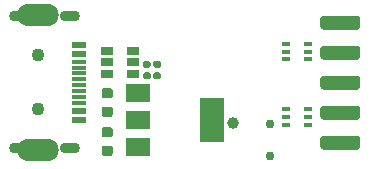
<source format=gbr>
%TF.GenerationSoftware,KiCad,Pcbnew,(5.1.6)-1*%
%TF.CreationDate,2022-01-16T18:26:27+08:00*%
%TF.ProjectId,esp32s2-uart,65737033-3273-4322-9d75-6172742e6b69,rev?*%
%TF.SameCoordinates,Original*%
%TF.FileFunction,Soldermask,Bot*%
%TF.FilePolarity,Negative*%
%FSLAX46Y46*%
G04 Gerber Fmt 4.6, Leading zero omitted, Abs format (unit mm)*
G04 Created by KiCad (PCBNEW (5.1.6)-1) date 2022-01-16 18:26:27*
%MOMM*%
%LPD*%
G01*
G04 APERTURE LIST*
%ADD10C,0.750000*%
%ADD11O,3.500000X1.900000*%
%ADD12C,1.100000*%
%ADD13R,1.160000X0.600000*%
%ADD14R,1.160000X0.300000*%
%ADD15O,2.200000X0.900000*%
%ADD16O,1.700000X0.900000*%
%ADD17R,0.650000X0.400000*%
%ADD18C,1.000000*%
%ADD19R,1.060000X0.650000*%
%ADD20R,2.000000X3.800000*%
%ADD21R,2.000000X1.500000*%
G04 APERTURE END LIST*
D10*
%TO.C,SW1*%
X22148800Y3507800D03*
X22148800Y757800D03*
%TD*%
D11*
%TO.C,J1*%
X2429600Y1310400D03*
X2429600Y12710400D03*
D12*
X2429600Y4710400D03*
X2429600Y9310400D03*
%TD*%
D13*
%TO.C,J2*%
X5961200Y10200000D03*
X5961200Y9400000D03*
X5961200Y10200000D03*
X5961200Y9400000D03*
X5961200Y3800000D03*
X5961200Y3800000D03*
X5961200Y4600000D03*
X5961200Y4600000D03*
D14*
X5961200Y8750000D03*
X5961200Y7750000D03*
X5961200Y8250000D03*
X5961200Y5750000D03*
X5961200Y5250000D03*
X5961200Y7250000D03*
X5961200Y6750000D03*
X5961200Y6250000D03*
D15*
X1111200Y12595000D03*
X1111200Y1405000D03*
D16*
X5181200Y12595000D03*
X5181200Y1405000D03*
%TD*%
D17*
%TO.C,D5*%
X23434000Y8951200D03*
X23434000Y10251200D03*
X25334000Y9601200D03*
X23434000Y9601200D03*
X25334000Y10251200D03*
X25334000Y8951200D03*
%TD*%
%TO.C,D4*%
X23434000Y3414000D03*
X23434000Y4714000D03*
X25334000Y4064000D03*
X23434000Y4064000D03*
X25334000Y4714000D03*
X25334000Y3414000D03*
%TD*%
D18*
%TO.C,TP3*%
X18973800Y3581400D03*
%TD*%
D19*
%TO.C,U2*%
X8348800Y7736800D03*
X8348800Y8686800D03*
X8348800Y9636800D03*
X10548800Y9636800D03*
X10548800Y7736800D03*
X10548800Y8686800D03*
%TD*%
%TO.C,J3*%
G36*
G01*
X26356000Y1579600D02*
X26356000Y2179600D01*
G75*
G02*
X26656000Y2479600I300000J0D01*
G01*
X29456000Y2479600D01*
G75*
G02*
X29756000Y2179600I0J-300000D01*
G01*
X29756000Y1579600D01*
G75*
G02*
X29456000Y1279600I-300000J0D01*
G01*
X26656000Y1279600D01*
G75*
G02*
X26356000Y1579600I0J300000D01*
G01*
G37*
G36*
G01*
X26356000Y4119600D02*
X26356000Y4719600D01*
G75*
G02*
X26656000Y5019600I300000J0D01*
G01*
X29456000Y5019600D01*
G75*
G02*
X29756000Y4719600I0J-300000D01*
G01*
X29756000Y4119600D01*
G75*
G02*
X29456000Y3819600I-300000J0D01*
G01*
X26656000Y3819600D01*
G75*
G02*
X26356000Y4119600I0J300000D01*
G01*
G37*
G36*
G01*
X26356000Y6659600D02*
X26356000Y7259600D01*
G75*
G02*
X26656000Y7559600I300000J0D01*
G01*
X29456000Y7559600D01*
G75*
G02*
X29756000Y7259600I0J-300000D01*
G01*
X29756000Y6659600D01*
G75*
G02*
X29456000Y6359600I-300000J0D01*
G01*
X26656000Y6359600D01*
G75*
G02*
X26356000Y6659600I0J300000D01*
G01*
G37*
G36*
G01*
X26356000Y9199600D02*
X26356000Y9799600D01*
G75*
G02*
X26656000Y10099600I300000J0D01*
G01*
X29456000Y10099600D01*
G75*
G02*
X29756000Y9799600I0J-300000D01*
G01*
X29756000Y9199600D01*
G75*
G02*
X29456000Y8899600I-300000J0D01*
G01*
X26656000Y8899600D01*
G75*
G02*
X26356000Y9199600I0J300000D01*
G01*
G37*
G36*
G01*
X26356000Y11739600D02*
X26356000Y12339600D01*
G75*
G02*
X26656000Y12639600I300000J0D01*
G01*
X29456000Y12639600D01*
G75*
G02*
X29756000Y12339600I0J-300000D01*
G01*
X29756000Y11739600D01*
G75*
G02*
X29456000Y11439600I-300000J0D01*
G01*
X26656000Y11439600D01*
G75*
G02*
X26356000Y11739600I0J300000D01*
G01*
G37*
%TD*%
D20*
%TO.C,U1*%
X17196200Y3784600D03*
D21*
X10896200Y3784600D03*
X10896200Y6084600D03*
X10896200Y1484600D03*
%TD*%
%TO.C,R2*%
G36*
G01*
X12720100Y7246400D02*
X12375100Y7246400D01*
G75*
G02*
X12227600Y7393900I0J147500D01*
G01*
X12227600Y7688900D01*
G75*
G02*
X12375100Y7836400I147500J0D01*
G01*
X12720100Y7836400D01*
G75*
G02*
X12867600Y7688900I0J-147500D01*
G01*
X12867600Y7393900D01*
G75*
G02*
X12720100Y7246400I-147500J0D01*
G01*
G37*
G36*
G01*
X12720100Y8216400D02*
X12375100Y8216400D01*
G75*
G02*
X12227600Y8363900I0J147500D01*
G01*
X12227600Y8658900D01*
G75*
G02*
X12375100Y8806400I147500J0D01*
G01*
X12720100Y8806400D01*
G75*
G02*
X12867600Y8658900I0J-147500D01*
G01*
X12867600Y8363900D01*
G75*
G02*
X12720100Y8216400I-147500J0D01*
G01*
G37*
%TD*%
%TO.C,R1*%
G36*
G01*
X11856500Y7246400D02*
X11511500Y7246400D01*
G75*
G02*
X11364000Y7393900I0J147500D01*
G01*
X11364000Y7688900D01*
G75*
G02*
X11511500Y7836400I147500J0D01*
G01*
X11856500Y7836400D01*
G75*
G02*
X12004000Y7688900I0J-147500D01*
G01*
X12004000Y7393900D01*
G75*
G02*
X11856500Y7246400I-147500J0D01*
G01*
G37*
G36*
G01*
X11856500Y8216400D02*
X11511500Y8216400D01*
G75*
G02*
X11364000Y8363900I0J147500D01*
G01*
X11364000Y8658900D01*
G75*
G02*
X11511500Y8806400I147500J0D01*
G01*
X11856500Y8806400D01*
G75*
G02*
X12004000Y8658900I0J-147500D01*
G01*
X12004000Y8363900D01*
G75*
G02*
X11856500Y8216400I-147500J0D01*
G01*
G37*
%TD*%
%TO.C,C2*%
G36*
G01*
X8593250Y752800D02*
X8080750Y752800D01*
G75*
G02*
X7862000Y971550I0J218750D01*
G01*
X7862000Y1409050D01*
G75*
G02*
X8080750Y1627800I218750J0D01*
G01*
X8593250Y1627800D01*
G75*
G02*
X8812000Y1409050I0J-218750D01*
G01*
X8812000Y971550D01*
G75*
G02*
X8593250Y752800I-218750J0D01*
G01*
G37*
G36*
G01*
X8593250Y2327800D02*
X8080750Y2327800D01*
G75*
G02*
X7862000Y2546550I0J218750D01*
G01*
X7862000Y2984050D01*
G75*
G02*
X8080750Y3202800I218750J0D01*
G01*
X8593250Y3202800D01*
G75*
G02*
X8812000Y2984050I0J-218750D01*
G01*
X8812000Y2546550D01*
G75*
G02*
X8593250Y2327800I-218750J0D01*
G01*
G37*
%TD*%
%TO.C,C1*%
G36*
G01*
X8593250Y4054800D02*
X8080750Y4054800D01*
G75*
G02*
X7862000Y4273550I0J218750D01*
G01*
X7862000Y4711050D01*
G75*
G02*
X8080750Y4929800I218750J0D01*
G01*
X8593250Y4929800D01*
G75*
G02*
X8812000Y4711050I0J-218750D01*
G01*
X8812000Y4273550D01*
G75*
G02*
X8593250Y4054800I-218750J0D01*
G01*
G37*
G36*
G01*
X8593250Y5629800D02*
X8080750Y5629800D01*
G75*
G02*
X7862000Y5848550I0J218750D01*
G01*
X7862000Y6286050D01*
G75*
G02*
X8080750Y6504800I218750J0D01*
G01*
X8593250Y6504800D01*
G75*
G02*
X8812000Y6286050I0J-218750D01*
G01*
X8812000Y5848550D01*
G75*
G02*
X8593250Y5629800I-218750J0D01*
G01*
G37*
%TD*%
M02*

</source>
